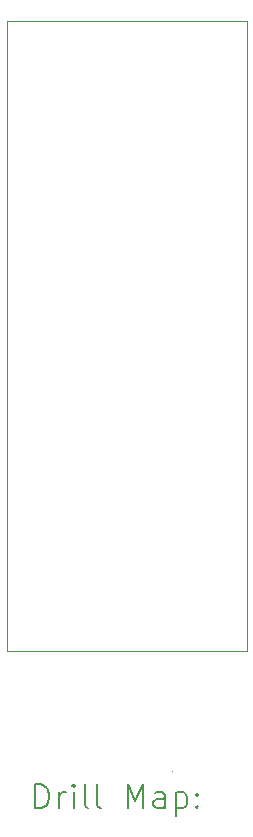
<source format=gbr>
%TF.GenerationSoftware,KiCad,Pcbnew,7.0.1*%
%TF.CreationDate,2023-06-01T10:46:20-07:00*%
%TF.ProjectId,tn_vdp_v2_socket,746e5f76-6470-45f7-9632-5f736f636b65,rev?*%
%TF.SameCoordinates,Original*%
%TF.FileFunction,Drillmap*%
%TF.FilePolarity,Positive*%
%FSLAX45Y45*%
G04 Gerber Fmt 4.5, Leading zero omitted, Abs format (unit mm)*
G04 Created by KiCad (PCBNEW 7.0.1) date 2023-06-01 10:46:20*
%MOMM*%
%LPD*%
G01*
G04 APERTURE LIST*
%ADD10C,0.100000*%
%ADD11C,0.200000*%
G04 APERTURE END LIST*
D10*
X15938500Y-10096500D02*
X15938500Y-4762500D01*
X17335500Y-11112500D02*
X17335500Y-11112500D01*
X17970500Y-10096500D02*
X15938500Y-10096500D01*
X17970500Y-4762500D02*
X17970500Y-10096500D01*
X17970500Y-4762500D02*
X15938500Y-4762500D01*
D11*
X16181119Y-11430024D02*
X16181119Y-11230024D01*
X16181119Y-11230024D02*
X16228738Y-11230024D01*
X16228738Y-11230024D02*
X16257309Y-11239548D01*
X16257309Y-11239548D02*
X16276357Y-11258595D01*
X16276357Y-11258595D02*
X16285881Y-11277643D01*
X16285881Y-11277643D02*
X16295405Y-11315738D01*
X16295405Y-11315738D02*
X16295405Y-11344309D01*
X16295405Y-11344309D02*
X16285881Y-11382405D01*
X16285881Y-11382405D02*
X16276357Y-11401452D01*
X16276357Y-11401452D02*
X16257309Y-11420500D01*
X16257309Y-11420500D02*
X16228738Y-11430024D01*
X16228738Y-11430024D02*
X16181119Y-11430024D01*
X16381119Y-11430024D02*
X16381119Y-11296690D01*
X16381119Y-11334786D02*
X16390643Y-11315738D01*
X16390643Y-11315738D02*
X16400167Y-11306214D01*
X16400167Y-11306214D02*
X16419214Y-11296690D01*
X16419214Y-11296690D02*
X16438262Y-11296690D01*
X16504928Y-11430024D02*
X16504928Y-11296690D01*
X16504928Y-11230024D02*
X16495405Y-11239548D01*
X16495405Y-11239548D02*
X16504928Y-11249071D01*
X16504928Y-11249071D02*
X16514452Y-11239548D01*
X16514452Y-11239548D02*
X16504928Y-11230024D01*
X16504928Y-11230024D02*
X16504928Y-11249071D01*
X16628738Y-11430024D02*
X16609690Y-11420500D01*
X16609690Y-11420500D02*
X16600167Y-11401452D01*
X16600167Y-11401452D02*
X16600167Y-11230024D01*
X16733500Y-11430024D02*
X16714452Y-11420500D01*
X16714452Y-11420500D02*
X16704928Y-11401452D01*
X16704928Y-11401452D02*
X16704928Y-11230024D01*
X16962071Y-11430024D02*
X16962071Y-11230024D01*
X16962071Y-11230024D02*
X17028738Y-11372881D01*
X17028738Y-11372881D02*
X17095405Y-11230024D01*
X17095405Y-11230024D02*
X17095405Y-11430024D01*
X17276357Y-11430024D02*
X17276357Y-11325262D01*
X17276357Y-11325262D02*
X17266833Y-11306214D01*
X17266833Y-11306214D02*
X17247786Y-11296690D01*
X17247786Y-11296690D02*
X17209690Y-11296690D01*
X17209690Y-11296690D02*
X17190643Y-11306214D01*
X17276357Y-11420500D02*
X17257310Y-11430024D01*
X17257310Y-11430024D02*
X17209690Y-11430024D01*
X17209690Y-11430024D02*
X17190643Y-11420500D01*
X17190643Y-11420500D02*
X17181119Y-11401452D01*
X17181119Y-11401452D02*
X17181119Y-11382405D01*
X17181119Y-11382405D02*
X17190643Y-11363357D01*
X17190643Y-11363357D02*
X17209690Y-11353833D01*
X17209690Y-11353833D02*
X17257310Y-11353833D01*
X17257310Y-11353833D02*
X17276357Y-11344309D01*
X17371595Y-11296690D02*
X17371595Y-11496690D01*
X17371595Y-11306214D02*
X17390643Y-11296690D01*
X17390643Y-11296690D02*
X17428738Y-11296690D01*
X17428738Y-11296690D02*
X17447786Y-11306214D01*
X17447786Y-11306214D02*
X17457310Y-11315738D01*
X17457310Y-11315738D02*
X17466833Y-11334786D01*
X17466833Y-11334786D02*
X17466833Y-11391928D01*
X17466833Y-11391928D02*
X17457310Y-11410976D01*
X17457310Y-11410976D02*
X17447786Y-11420500D01*
X17447786Y-11420500D02*
X17428738Y-11430024D01*
X17428738Y-11430024D02*
X17390643Y-11430024D01*
X17390643Y-11430024D02*
X17371595Y-11420500D01*
X17552548Y-11410976D02*
X17562071Y-11420500D01*
X17562071Y-11420500D02*
X17552548Y-11430024D01*
X17552548Y-11430024D02*
X17543024Y-11420500D01*
X17543024Y-11420500D02*
X17552548Y-11410976D01*
X17552548Y-11410976D02*
X17552548Y-11430024D01*
X17552548Y-11306214D02*
X17562071Y-11315738D01*
X17562071Y-11315738D02*
X17552548Y-11325262D01*
X17552548Y-11325262D02*
X17543024Y-11315738D01*
X17543024Y-11315738D02*
X17552548Y-11306214D01*
X17552548Y-11306214D02*
X17552548Y-11325262D01*
M02*

</source>
